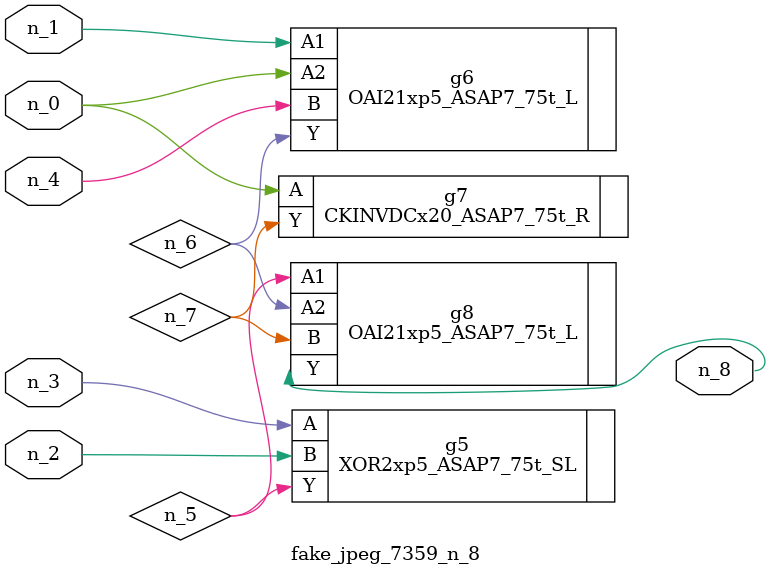
<source format=v>
module fake_jpeg_7359_n_8 (n_3, n_2, n_1, n_0, n_4, n_8);

input n_3;
input n_2;
input n_1;
input n_0;
input n_4;

output n_8;

wire n_6;
wire n_5;
wire n_7;

XOR2xp5_ASAP7_75t_SL g5 ( 
.A(n_3),
.B(n_2),
.Y(n_5)
);

OAI21xp5_ASAP7_75t_L g6 ( 
.A1(n_1),
.A2(n_0),
.B(n_4),
.Y(n_6)
);

CKINVDCx20_ASAP7_75t_R g7 ( 
.A(n_0),
.Y(n_7)
);

OAI21xp5_ASAP7_75t_L g8 ( 
.A1(n_5),
.A2(n_6),
.B(n_7),
.Y(n_8)
);


endmodule
</source>
